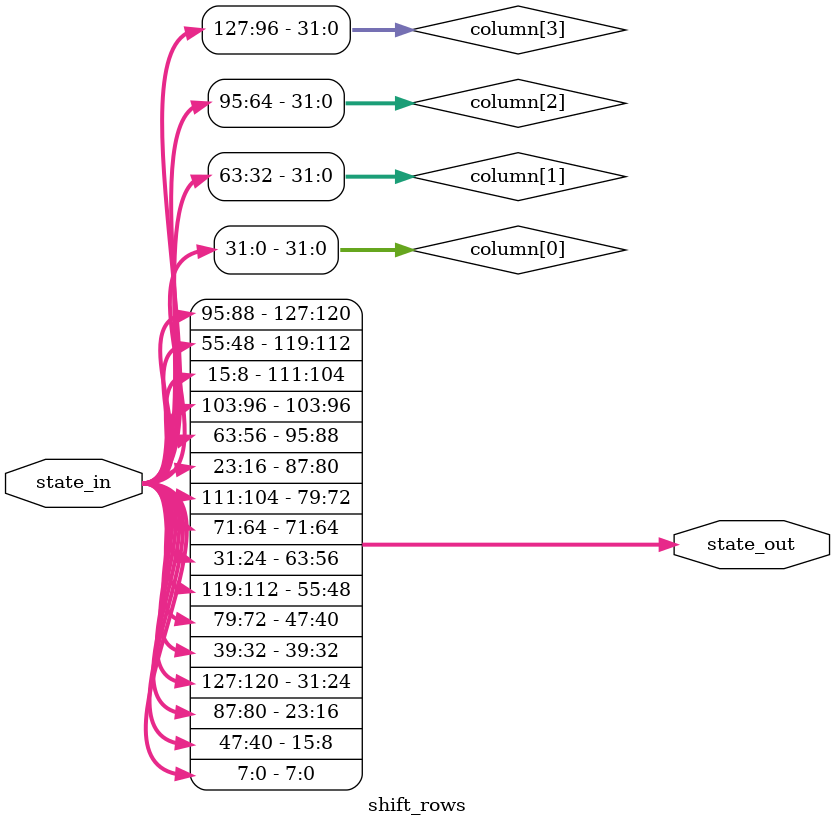
<source format=sv>
module shift_rows (
    input logic [127:0] state_in,
    output logic [127:0] state_out
);
    // Variables temporales para cada fila de la matriz 4x4 
    logic [31:0] column [0:3];

    always @(*) begin
        // Dividir el estado en columnas de 32 bits (4 bytes por columna) 
        column[0] = state_in[31:0];
        column[1] = state_in[63:32];
        column[2] = state_in[95:64];
        column[3] = state_in[127:96];

        state_out[31:0] = { 
             column[3][31:24], column[2][23:16], column[1][15:8], column[0][7:0]
        };
        state_out[63:32] = {
            column[0][31:24], column[3][23:16], column[2][15:8], column[1][7:0]
        };
        state_out[95:64] = {
            column[1][31:24], column[0][23:16], column[3][15:8], column[2][7:0]
        };
        state_out[127:96] = {
            column[2][31:24], column[1][23:16], column[0][15:8], column[3][7:0]
        };
    end
endmodule
</source>
